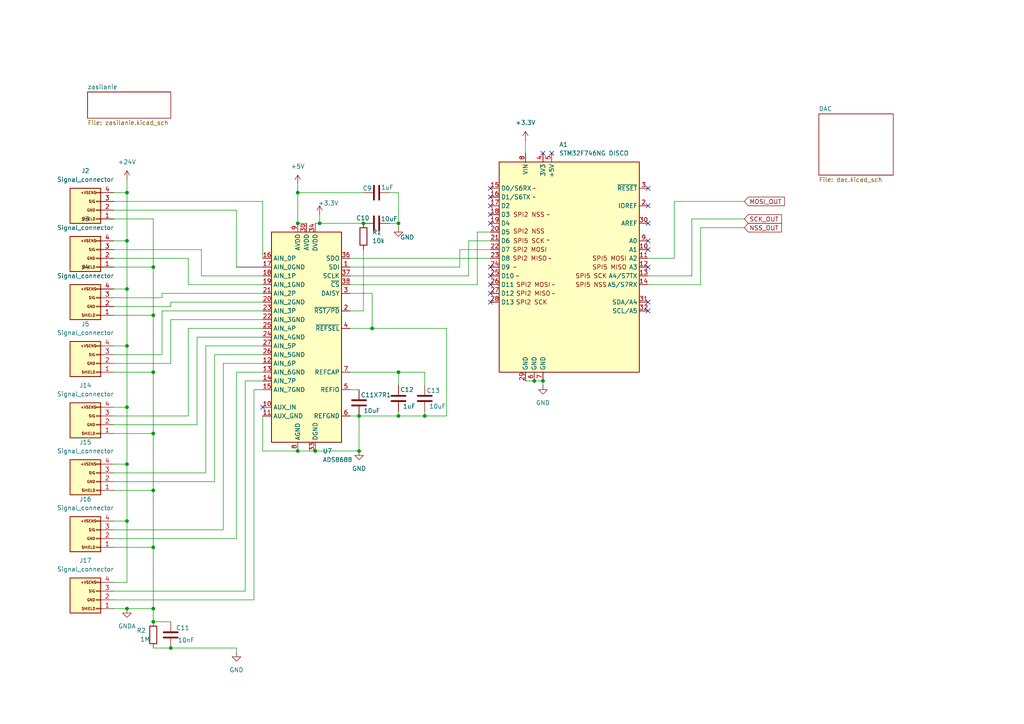
<source format=kicad_sch>
(kicad_sch (version 20250114) (generator "eeschema") (generator_version "9.0")
  (paper "A4")
  (lib_symbols
    (symbol "Analog_ADC:ADS8688"
      (property "Reference" "U" (at -8.89 31.75 0))
      (property "Value" "ADS8688" (at 8.89 31.75 0))
      (symbol "ADS8688_0_1"
        (rectangle (start -10.16 30.48) (end 10.16 -30.48) (stroke (width 0.254)) (fill (type background)))
      )
      (symbol "ADS8688_1_1"
        (pin input line (at -12.7 22.86 0) (length 2.54) (name "AIN_0P") (number "16"))
        (pin input line (at -12.7 20.32 0) (length 2.54) (name "AIN_0GND") (number "17"))
        (pin input line (at -12.7 17.78 0) (length 2.54) (name "AIN_1P") (number "18"))
        (pin input line (at -12.7 15.24 0) (length 2.54) (name "AIN_1GND") (number "19"))
        (pin input line (at -12.7 12.7 0) (length 2.54) (name "AIN_2P") (number "21"))
        (pin input line (at -12.7 10.16 0) (length 2.54) (name "AIN_2GND") (number "20"))
        (pin input line (at -12.7 7.62 0) (length 2.54) (name "AIN_3P") (number "23"))
        (pin input line (at -12.7 5.08 0) (length 2.54) (name "AIN_3GND") (number "22"))
        (pin input line (at -12.7 2.54 0) (length 2.54) (name "AIN_4P") (number "25"))
        (pin input line (at -12.7 0 0) (length 2.54) (name "AIN_4GND") (number "24"))
        (pin input line (at -12.7 -2.54 0) (length 2.54) (name "AIN_5P") (number "27"))
        (pin input line (at -12.7 -5.08 0) (length 2.54) (name "AIN_5GND") (number "26"))
        (pin input line (at -12.7 -7.62 0) (length 2.54) (name "AIN_6P") (number "12"))
        (pin input line (at -12.7 -10.16 0) (length 2.54) (name "AIN_6GND") (number "13"))
        (pin input line (at -12.7 -12.7 0) (length 2.54) (name "AIN_7P") (number "14"))
        (pin input line (at -12.7 -15.24 0) (length 2.54) (name "AIN_7GND") (number "15"))
        (pin input line (at -12.7 -20.32 0) (length 2.54) (name "AUX_IN") (number "10"))
        (pin input line (at -12.7 -22.86 0) (length 2.54) (name "AUX_GND") (number "11"))
        (pin power_in line (at -2.54 33.02 270) (length 2.54) (name "AVDD") (number "9"))
        (pin passive line (at -2.54 -33.02 90) (length 2.54) (hide yes) (name "AGND") (number "28"))
        (pin passive line (at -2.54 -33.02 90) (length 2.54) (hide yes) (name "AGND") (number "29"))
        (pin passive line (at -2.54 -33.02 90) (length 2.54) (hide yes) (name "AGND") (number "31"))
        (pin passive line (at -2.54 -33.02 90) (length 2.54) (hide yes) (name "AGND") (number "32"))
        (pin power_in line (at -2.54 -33.02 90) (length 2.54) (name "AGND") (number "8"))
        (pin power_in line (at 0 33.02 270) (length 2.54) (name "AVDD") (number "30"))
        (pin power_in line (at 2.54 33.02 270) (length 2.54) (name "DVDD") (number "34"))
        (pin power_in line (at 2.54 -33.02 90) (length 2.54) (name "DGND") (number "33"))
        (pin no_connect line (at 10.16 -5.08 180) (length 2.54) (hide yes) (name "DNC") (number "35"))
        (pin output line (at 12.7 22.86 180) (length 2.54) (name "SDO") (number "36"))
        (pin input line (at 12.7 20.32 180) (length 2.54) (name "SDI") (number "1"))
        (pin input line (at 12.7 17.78 180) (length 2.54) (name "SCLK") (number "37"))
        (pin input line (at 12.7 15.24 180) (length 2.54) (name "~{CS}") (number "38"))
        (pin input line (at 12.7 12.7 180) (length 2.54) (name "DAISY") (number "3"))
        (pin input line (at 12.7 7.62 180) (length 2.54) (name "~{RST/PD}") (number "2"))
        (pin input line (at 12.7 2.54 180) (length 2.54) (name "~{REFSEL}") (number "4"))
        (pin passive line (at 12.7 -10.16 180) (length 2.54) (name "REFCAP") (number "7"))
        (pin passive line (at 12.7 -15.24 180) (length 2.54) (name "REFIO") (number "5"))
        (pin power_in line (at 12.7 -22.86 180) (length 2.54) (name "REFGND") (number "6"))
      )
    )
    (symbol "Conn_01x04_1" (pin_names (offset 1.016) (hide yes))
      (property "Reference" "J2" (at 8.128 0 0))
      (property "Value" "Conn_01x04" (at 7.874 -2.54 0))
      (symbol "Conn_01x04_1_1_1"
        (rectangle (start -1.27 3.81) (end 7.62 -6.35) (stroke (width 0.254)) (fill (type background)))
        (rectangle (start -1.27 2.667) (end 0 2.413) (stroke (width 0.1524)))
        (rectangle (start -1.27 0.127) (end 0 -0.127) (stroke (width 0.1524)))
        (rectangle (start -1.27 -2.413) (end 0 -2.667) (stroke (width 0.1524)))
        (rectangle (start -1.27 -4.953) (end 0 -5.207) (stroke (width 0.1524)))
        (text "SIG" (at 1.27 -2.54 0) (effects (font (size 0.762 0.762))))
        (text "GND\n" (at 1.524 0 0) (effects (font (size 0.762 0.762))))
        (text "SHIELD\n" (at 2.286 2.54 0) (effects (font (size 0.762 0.762))))
        (text "+VSENS" (at 2.286 -5.08 0) (effects (font (size 0.762 0.762))))
        (pin passive line (at -5.08 2.54 0) (length 3.81) (name "SHIELD") (number "1"))
        (pin passive line (at -5.08 0 0) (length 3.81) (name "GND") (number "2"))
        (pin passive line (at -5.08 -2.54 0) (length 3.81) (name "SIG") (number "3"))
        (pin passive line (at -5.08 -5.08 0) (length 3.81) (name "+VSENS") (number "4"))
      )
    )
    (symbol "Device:C" (pin_numbers (hide yes)) (pin_names (offset 0.254))
      (property "Reference" "C" (at 0.635 2.54 0))
      (property "Value" "C" (at 0.635 -2.54 0))
      (symbol "C_0_1"
        (polyline (pts (xy -2.032 0.762) (xy 2.032 0.762)) (stroke (width 0.508)))
        (polyline (pts (xy -2.032 -0.762) (xy 2.032 -0.762)) (stroke (width 0.508)))
      )
      (symbol "C_1_1"
        (pin passive line (at 0 3.81 270) (length 2.794) (name "~") (number "1"))
        (pin passive line (at 0 -3.81 90) (length 2.794) (name "~") (number "2"))
      )
    )
    (symbol "Device:R" (pin_numbers (hide yes)) (pin_names (offset 0))
      (property "Reference" "R" (at 2.032 0 90))
      (property "Value" "R" (at 0 0 90))
      (symbol "R_0_1"
        (rectangle (start -1.016 -2.54) (end 1.016 2.54) (stroke (width 0.254)))
      )
      (symbol "R_1_1"
        (pin passive line (at 0 3.81 270) (length 1.27) (name "~") (number "1"))
        (pin passive line (at 0 -3.81 90) (length 1.27) (name "~") (number "2"))
      )
    )
    (symbol "MCU_Module:Arduino_UNO_R3"
      (property "Reference" "A1" (at 7.2233 27.94 0))
      (property "Value" "STM32F746NG DISCO" (at 7.2233 25.4 0))
      (symbol "Arduino_UNO_R3_0_1"
        (rectangle (start -10.16 22.86) (end 30.48 -38.1) (stroke (width 0.254)) (fill (type background)))
      )
      (symbol "Arduino_UNO_R3_1_1"
        (text "~\n" (at -5.588 -7.62 0) (effects (font (size 1.27 1.27))))
        (text "~\n" (at -4.826 -10.16 0) (effects (font (size 1.27 1.27))))
        (text "SPI2 NSS\n" (at -1.524 7.62 0) (effects (font (size 1.27 1.27))))
        (text "SPI2 NSS\n" (at -1.524 2.794 0) (effects (font (size 1.27 1.27))))
        (text "SPI5 SCK\n" (at -1.524 0 0) (effects (font (size 1.27 1.27))))
        (text "SPI2 MOSI" (at -1.27 -2.54 0) (effects (font (size 1.27 1.27))))
        (text "SPI2 MISO\n" (at -1.27 -5.08 0) (effects (font (size 1.27 1.27))))
        (text "SPI2 MOSI" (at -0.254 -12.7 0) (effects (font (size 1.27 1.27))))
        (text "SPI2 MISO\n" (at -0.254 -15.24 0) (effects (font (size 1.27 1.27))))
        (text "SPI2 SCK \n" (at -0.254 -17.78 0) (effects (font (size 1.27 1.27))))
        (text "~\n" (at 0 15.24 0) (effects (font (size 1.27 1.27))))
        (text "~\n" (at 0 12.7 0) (effects (font (size 1.27 1.27))))
        (text "~\n" (at 4.064 7.62 0) (effects (font (size 1.27 1.27))))
        (text "~\n" (at 4.064 0.254 0) (effects (font (size 1.27 1.27))))
        (text "~\n" (at 4.572 -5.08 0) (effects (font (size 1.27 1.27))))
        (text "~\n" (at 5.588 -12.7 0) (effects (font (size 1.27 1.27))))
        (text "~\n" (at 5.588 -15.24 0) (effects (font (size 1.27 1.27))))
        (text "SPI5 SCK\n" (at 16.51 -10.16 0) (effects (font (size 1.27 1.27))))
        (text "SPI5 NSS\n" (at 16.51 -12.7 0) (effects (font (size 1.27 1.27))))
        (text "SPI5 MOSI" (at 21.844 -5.08 0) (effects (font (size 1.27 1.27))))
        (text "SPI5 MISO\n" (at 21.844 -7.62 0) (effects (font (size 1.27 1.27))))
        (pin bidirectional line (at -12.7 15.24 0) (length 2.54) (name "D0/S6RX") (number "15"))
        (pin bidirectional line (at -12.7 12.7 0) (length 2.54) (name "D1/S6TX") (number "16"))
        (pin bidirectional line (at -12.7 10.16 0) (length 2.54) (name "D2") (number "17"))
        (pin bidirectional line (at -12.7 7.62 0) (length 2.54) (name "D3") (number "18"))
        (pin bidirectional line (at -12.7 5.08 0) (length 2.54) (name "D4") (number "19"))
        (pin bidirectional line (at -12.7 2.54 0) (length 2.54) (name "D5") (number "20"))
        (pin bidirectional line (at -12.7 0 0) (length 2.54) (name "D6") (number "21"))
        (pin bidirectional line (at -12.7 -2.54 0) (length 2.54) (name "D7") (number "22"))
        (pin bidirectional line (at -12.7 -5.08 0) (length 2.54) (name "D8") (number "23"))
        (pin bidirectional line (at -12.7 -7.62 0) (length 2.54) (name "D9") (number "24"))
        (pin bidirectional line (at -12.7 -10.16 0) (length 2.54) (name "D10") (number "25"))
        (pin bidirectional line (at -12.7 -12.7 0) (length 2.54) (name "D11") (number "26"))
        (pin bidirectional line (at -12.7 -15.24 0) (length 2.54) (name "D12") (number "27"))
        (pin bidirectional line (at -12.7 -17.78 0) (length 2.54) (name "D13") (number "28"))
        (pin no_connect line (at -10.16 -20.32 0) (length 2.54) (hide yes) (name "NC") (number "1"))
        (pin power_in line (at -2.54 25.4 270) (length 2.54) (name "VIN") (number "8"))
        (pin power_in line (at -2.54 -40.64 90) (length 2.54) (name "GND") (number "29"))
        (pin power_in line (at 0 -40.64 90) (length 2.54) (name "GND") (number "6"))
        (pin power_out line (at 2.54 25.4 270) (length 2.54) (name "3V3") (number "4"))
        (pin power_in line (at 2.54 -40.64 90) (length 2.54) (name "GND") (number "7"))
        (pin power_out line (at 5.08 25.4 270) (length 2.54) (name "+5V") (number "5"))
        (pin input line (at 33.02 15.24 180) (length 2.54) (name "~{RESET}") (number "3"))
        (pin output line (at 33.02 10.16 180) (length 2.54) (name "IOREF") (number "2"))
        (pin input line (at 33.02 5.08 180) (length 2.54) (name "AREF") (number "30"))
        (pin bidirectional line (at 33.02 0 180) (length 2.54) (name "A0") (number "9"))
        (pin bidirectional line (at 33.02 -2.54 180) (length 2.54) (name "A1") (number "10"))
        (pin bidirectional line (at 33.02 -5.08 180) (length 2.54) (name "A2") (number "11"))
        (pin bidirectional line (at 33.02 -7.62 180) (length 2.54) (name "A3") (number "12"))
        (pin bidirectional line (at 33.02 -10.16 180) (length 2.54) (name "A4/S7TX") (number "13"))
        (pin bidirectional line (at 33.02 -12.7 180) (length 2.54) (name "A5/S7RX") (number "14"))
        (pin bidirectional line (at 33.02 -17.78 180) (length 2.54) (name "SDA/A4") (number "31"))
        (pin bidirectional line (at 33.02 -20.32 180) (length 2.54) (name "SCL/A5") (number "32"))
      )
    )
    (symbol "power:+24V" (power) (pin_numbers (hide yes)) (pin_names (offset 0) (hide yes))
      (property "Value" "+24V" (at 0 3.556 0))
      (symbol "+24V_0_1"
        (polyline (pts (xy -0.762 1.27) (xy 0 2.54)))
        (polyline (pts (xy 0 2.54) (xy 0.762 1.27)))
        (polyline (pts (xy 0 0) (xy 0 2.54)))
      )
      (symbol "+24V_1_1"
        (pin power_in line (at 0 0 90) (length 0) (name "~") (number "1"))
      )
    )
    (symbol "power:+3.3V" (power) (pin_numbers (hide yes)) (pin_names (offset 0) (hide yes))
      (property "Value" "+3.3V" (at 0 3.556 0))
      (symbol "+3.3V_0_1"
        (polyline (pts (xy -0.762 1.27) (xy 0 2.54)))
        (polyline (pts (xy 0 2.54) (xy 0.762 1.27)))
        (polyline (pts (xy 0 0) (xy 0 2.54)))
      )
      (symbol "+3.3V_1_1"
        (pin power_in line (at 0 0 90) (length 0) (name "~") (number "1"))
      )
    )
    (symbol "power:+5V" (power) (pin_numbers (hide yes)) (pin_names (offset 0) (hide yes))
      (property "Value" "+5V" (at 0 3.556 0))
      (symbol "+5V_0_1"
        (polyline (pts (xy -0.762 1.27) (xy 0 2.54)))
        (polyline (pts (xy 0 2.54) (xy 0.762 1.27)))
        (polyline (pts (xy 0 0) (xy 0 2.54)))
      )
      (symbol "+5V_1_1"
        (pin power_in line (at 0 0 90) (length 0) (name "~") (number "1"))
      )
    )
    (symbol "power:GND" (power) (pin_numbers (hide yes)) (pin_names (offset 0) (hide yes))
      (property "Value" "GND" (at 0 -3.81 0))
      (symbol "GND_0_1"
        (polyline (pts (xy 0 0) (xy 0 -1.27) (xy 1.27 -1.27) (xy 0 -2.54) (xy -1.27 -1.27) (xy 0 -1.27)))
      )
      (symbol "GND_1_1"
        (pin power_in line (at 0 0 270) (length 0) (name "~") (number "1"))
      )
    )
    (symbol "power:GNDA" (power) (pin_numbers (hide yes)) (pin_names (offset 0) (hide yes))
      (property "Value" "GNDA" (at 0 -3.81 0))
      (symbol "GNDA_0_1"
        (polyline (pts (xy 0 0) (xy 0 -1.27) (xy 1.27 -1.27) (xy 0 -2.54) (xy -1.27 -1.27) (xy 0 -1.27)))
      )
      (symbol "GNDA_1_1"
        (pin power_in line (at 0 0 270) (length 0) (name "~") (number "1"))
      )
    )
  )
  (junction (at 44.45 125.73))
  (junction (at 36.83 151.13))
  (junction (at 115.57 107.95))
  (junction (at 154.94 110.49))
  (junction (at 86.36 55.88))
  (junction (at 49.53 187.96))
  (junction (at 36.83 83.82))
  (junction (at 36.83 69.85))
  (junction (at 123.19 120.65))
  (junction (at 44.45 142.24))
  (junction (at 91.44 130.81))
  (junction (at 44.45 176.53))
  (junction (at 44.45 180.34))
  (junction (at 92.71 64.77))
  (junction (at 36.83 118.11))
  (junction (at 107.95 95.25))
  (junction (at 44.45 107.95))
  (junction (at 86.36 64.77))
  (junction (at 104.14 130.81))
  (junction (at 104.14 120.65))
  (junction (at 36.83 55.88))
  (junction (at 36.83 100.33))
  (junction (at 36.83 176.53))
  (junction (at 44.45 158.75))
  (junction (at 157.48 110.49))
  (junction (at 44.45 77.47))
  (junction (at 105.41 64.77))
  (junction (at 115.57 120.65))
  (junction (at 86.36 130.81))
  (junction (at 44.45 91.44))
  (junction (at 36.83 134.62))
  (junction (at 115.57 64.77))
  (no_connect (at 187.96 90.17))
  (no_connect (at 142.24 62.23))
  (no_connect (at 142.24 85.09))
  (no_connect (at 142.24 77.47))
  (no_connect (at 187.96 54.61))
  (no_connect (at 142.24 59.69))
  (no_connect (at 187.96 59.69))
  (no_connect (at 142.24 82.55))
  (no_connect (at 76.2 118.11))
  (no_connect (at 187.96 87.63))
  (no_connect (at 142.24 64.77))
  (no_connect (at 187.96 69.85))
  (no_connect (at 142.24 80.01))
  (no_connect (at 142.24 57.15))
  (no_connect (at 187.96 72.39))
  (no_connect (at 142.24 87.63))
  (no_connect (at 187.96 77.47))
  (no_connect (at 142.24 54.61))
  (no_connect (at 157.48 44.45))
  (no_connect (at 187.96 64.77))
  (no_connect (at 160.02 44.45))
  (wire (pts (xy 76.2 58.42) (xy 76.2 74.93)))
  (wire (pts (xy 154.94 110.49) (xy 157.48 110.49)))
  (wire (pts (xy 33.02 158.75) (xy 44.45 158.75)))
  (wire (pts (xy 58.42 80.01) (xy 76.2 80.01)))
  (wire (pts (xy 36.83 151.13) (xy 33.02 151.13)))
  (wire (pts (xy 107.95 95.25) (xy 129.54 95.25)))
  (wire (pts (xy 46.99 85.09) (xy 76.2 85.09)))
  (wire (pts (xy 36.83 118.11) (xy 36.83 134.62)))
  (wire (pts (xy 33.02 137.16) (xy 59.69 137.16)))
  (wire (pts (xy 36.83 83.82) (xy 36.83 100.33)))
  (wire (pts (xy 86.36 55.88) (xy 86.36 64.77)))
  (wire (pts (xy 59.69 100.33) (xy 76.2 100.33)))
  (wire (pts (xy 101.6 74.93) (xy 142.24 74.93)))
  (wire (pts (xy 57.15 123.19) (xy 57.15 97.79)))
  (wire (pts (xy 123.19 119.38) (xy 123.19 120.65)))
  (wire (pts (xy 101.6 82.55) (xy 138.43 82.55)))
  (wire (pts (xy 92.71 62.23) (xy 92.71 64.77)))
  (wire (pts (xy 135.89 69.85) (xy 142.24 69.85)))
  (wire (pts (xy 133.35 77.47) (xy 133.35 72.39)))
  (wire (pts (xy 101.6 120.65) (xy 104.14 120.65)))
  (wire (pts (xy 36.83 55.88) (xy 33.02 55.88)))
  (wire (pts (xy 33.02 63.5) (xy 44.45 63.5)))
  (wire (pts (xy 187.96 80.01) (xy 200.66 80.01)))
  (wire (pts (xy 62.23 102.87) (xy 76.2 102.87)))
  (wire (pts (xy 133.35 72.39) (xy 142.24 72.39)))
  (wire (pts (xy 92.71 64.77) (xy 105.41 64.77)))
  (wire (pts (xy 33.02 91.44) (xy 44.45 91.44)))
  (wire (pts (xy 101.6 95.25) (xy 107.95 95.25)))
  (wire (pts (xy 101.6 113.03) (xy 104.14 113.03)))
  (wire (pts (xy 59.69 137.16) (xy 59.69 100.33)))
  (wire (pts (xy 86.36 53.34) (xy 86.36 55.88)))
  (wire (pts (xy 44.45 125.73) (xy 44.45 142.24)))
  (wire (pts (xy 33.02 72.39) (xy 58.42 72.39)))
  (wire (pts (xy 152.4 110.49) (xy 154.94 110.49)))
  (wire (pts (xy 58.42 72.39) (xy 58.42 80.01)))
  (wire (pts (xy 138.43 67.31) (xy 142.24 67.31)))
  (wire (pts (xy 46.99 90.17) (xy 76.2 90.17)))
  (wire (pts (xy 49.53 187.96) (xy 44.45 187.96)))
  (wire (pts (xy 36.83 134.62) (xy 33.02 134.62)))
  (wire (pts (xy 73.66 173.99) (xy 73.66 113.03)))
  (wire (pts (xy 33.02 88.9) (xy 49.53 88.9)))
  (wire (pts (xy 203.2 82.55) (xy 203.2 66.04)))
  (wire (pts (xy 101.6 85.09) (xy 107.95 85.09)))
  (wire (pts (xy 54.61 82.55) (xy 76.2 82.55)))
  (wire (pts (xy 86.36 130.81) (xy 91.44 130.81)))
  (wire (pts (xy 113.03 55.88) (xy 115.57 55.88)))
  (wire (pts (xy 33.02 60.96) (xy 68.58 60.96)))
  (wire (pts (xy 46.99 102.87) (xy 46.99 90.17)))
  (wire (pts (xy 115.57 111.76) (xy 115.57 107.95)))
  (wire (pts (xy 44.45 63.5) (xy 44.45 77.47)))
  (wire (pts (xy 49.53 105.41) (xy 49.53 92.71)))
  (wire (pts (xy 101.6 80.01) (xy 135.89 80.01)))
  (wire (pts (xy 33.02 120.65) (xy 54.61 120.65)))
  (wire (pts (xy 36.83 69.85) (xy 36.83 83.82)))
  (wire (pts (xy 76.2 130.81) (xy 86.36 130.81)))
  (wire (pts (xy 33.02 102.87) (xy 46.99 102.87)))
  (wire (pts (xy 36.83 176.53) (xy 44.45 176.53)))
  (wire (pts (xy 113.03 64.77) (xy 115.57 64.77)))
  (wire (pts (xy 157.48 111.76) (xy 157.48 110.49)))
  (wire (pts (xy 44.45 77.47) (xy 44.45 91.44)))
  (wire (pts (xy 138.43 67.31) (xy 138.43 82.55)))
  (wire (pts (xy 33.02 153.67) (xy 64.77 153.67)))
  (wire (pts (xy 152.4 40.64) (xy 152.4 44.45)))
  (wire (pts (xy 33.02 58.42) (xy 76.2 58.42)))
  (wire (pts (xy 104.14 120.65) (xy 115.57 120.65)))
  (wire (pts (xy 36.83 151.13) (xy 36.83 168.91)))
  (wire (pts (xy 44.45 180.34) (xy 49.53 180.34)))
  (wire (pts (xy 76.2 77.47) (xy 68.58 77.47)) (stroke (width 0) (color 0 0 0 1)))
  (wire (pts (xy 68.58 107.95) (xy 76.2 107.95)))
  (wire (pts (xy 54.61 95.25) (xy 76.2 95.25)))
  (wire (pts (xy 64.77 153.67) (xy 64.77 105.41)))
  (wire (pts (xy 200.66 63.5) (xy 215.9 63.5)))
  (wire (pts (xy 36.83 69.85) (xy 33.02 69.85)))
  (wire (pts (xy 64.77 105.41) (xy 76.2 105.41)))
  (wire (pts (xy 33.02 139.7) (xy 62.23 139.7)))
  (wire (pts (xy 33.02 77.47) (xy 44.45 77.47)))
  (wire (pts (xy 187.96 74.93) (xy 195.58 74.93)))
  (wire (pts (xy 135.89 80.01) (xy 135.89 69.85)))
  (wire (pts (xy 115.57 120.65) (xy 123.19 120.65)))
  (wire (pts (xy 44.45 91.44) (xy 44.45 107.95)))
  (wire (pts (xy 36.83 100.33) (xy 36.83 118.11)))
  (wire (pts (xy 115.57 55.88) (xy 115.57 64.77)))
  (wire (pts (xy 115.57 119.38) (xy 115.57 120.65)))
  (wire (pts (xy 33.02 125.73) (xy 44.45 125.73)))
  (wire (pts (xy 33.02 171.45) (xy 71.12 171.45)))
  (wire (pts (xy 46.99 86.36) (xy 46.99 85.09)))
  (wire (pts (xy 200.66 80.01) (xy 200.66 63.5)))
  (wire (pts (xy 33.02 107.95) (xy 44.45 107.95)))
  (wire (pts (xy 33.02 173.99) (xy 73.66 173.99)))
  (wire (pts (xy 49.53 92.71) (xy 76.2 92.71)))
  (wire (pts (xy 33.02 176.53) (xy 36.83 176.53)))
  (wire (pts (xy 36.83 100.33) (xy 33.02 100.33)))
  (wire (pts (xy 36.83 134.62) (xy 36.83 151.13)))
  (wire (pts (xy 203.2 66.04) (xy 215.9 66.04)))
  (wire (pts (xy 44.45 107.95) (xy 44.45 125.73)))
  (wire (pts (xy 36.83 55.88) (xy 36.83 69.85)))
  (wire (pts (xy 54.61 74.93) (xy 54.61 82.55)))
  (wire (pts (xy 71.12 171.45) (xy 71.12 110.49)))
  (wire (pts (xy 33.02 105.41) (xy 49.53 105.41)))
  (wire (pts (xy 49.53 187.96) (xy 68.58 187.96)))
  (wire (pts (xy 123.19 107.95) (xy 123.19 111.76)))
  (wire (pts (xy 33.02 156.21) (xy 68.58 156.21)))
  (wire (pts (xy 49.53 87.63) (xy 76.2 87.63)))
  (wire (pts (xy 195.58 58.42) (xy 215.9 58.42)))
  (wire (pts (xy 44.45 142.24) (xy 44.45 158.75)))
  (wire (pts (xy 44.45 176.53) (xy 44.45 180.34)))
  (wire (pts (xy 33.02 86.36) (xy 46.99 86.36)))
  (wire (pts (xy 115.57 64.77) (xy 115.57 66.04)))
  (wire (pts (xy 123.19 120.65) (xy 129.54 120.65)))
  (wire (pts (xy 195.58 74.93) (xy 195.58 58.42)))
  (wire (pts (xy 68.58 107.95) (xy 68.58 156.21)))
  (wire (pts (xy 68.58 187.96) (xy 68.58 189.23)))
  (wire (pts (xy 104.14 120.65) (xy 104.14 130.81)))
  (wire (pts (xy 86.36 55.88) (xy 105.41 55.88)))
  (wire (pts (xy 33.02 142.24) (xy 44.45 142.24)))
  (wire (pts (xy 86.36 64.77) (xy 88.9 64.77)))
  (wire (pts (xy 76.2 120.65) (xy 76.2 130.81)))
  (wire (pts (xy 129.54 95.25) (xy 129.54 120.65)))
  (wire (pts (xy 54.61 120.65) (xy 54.61 95.25)))
  (wire (pts (xy 44.45 158.75) (xy 44.45 176.53)))
  (wire (pts (xy 91.44 130.81) (xy 104.14 130.81)))
  (wire (pts (xy 91.44 64.77) (xy 92.71 64.77)))
  (wire (pts (xy 62.23 139.7) (xy 62.23 102.87)))
  (wire (pts (xy 57.15 97.79) (xy 76.2 97.79)))
  (wire (pts (xy 105.41 90.17) (xy 101.6 90.17)))
  (wire (pts (xy 49.53 88.9) (xy 49.53 87.63)))
  (wire (pts (xy 36.83 118.11) (xy 33.02 118.11)))
  (wire (pts (xy 71.12 110.49) (xy 76.2 110.49)))
  (wire (pts (xy 101.6 77.47) (xy 133.35 77.47)))
  (wire (pts (xy 36.83 83.82) (xy 33.02 83.82)))
  (wire (pts (xy 101.6 107.95) (xy 115.57 107.95)))
  (wire (pts (xy 36.83 168.91) (xy 33.02 168.91)))
  (wire (pts (xy 73.66 113.03) (xy 76.2 113.03)))
  (wire (pts (xy 187.96 82.55) (xy 203.2 82.55)))
  (wire (pts (xy 105.41 72.39) (xy 105.41 90.17)))
  (wire (pts (xy 33.02 123.19) (xy 57.15 123.19)))
  (wire (pts (xy 107.95 85.09) (xy 107.95 95.25)))
  (wire (pts (xy 68.58 60.96) (xy 68.58 77.47)))
  (wire (pts (xy 33.02 74.93) (xy 54.61 74.93)))
  (wire (pts (xy 36.83 55.88) (xy 36.83 52.07)))
  (wire (pts (xy 115.57 107.95) (xy 123.19 107.95)))
  (global_label "MOSI_OUT" (shape input) (at 215.9 58.42 0) (property "Intersheetrefs" "${INTERSHEET_REFS}" (effects (hide yes))))
  (global_label "SCK_OUT" (shape input) (at 215.9 63.5 0) (property "Intersheetrefs" "${INTERSHEET_REFS}" (effects (hide yes))))
  (global_label "NSS_OUT" (shape input) (at 215.9 66.04 0) (property "Intersheetrefs" "${INTERSHEET_REFS}" (effects (hide yes))))
  (symbol (lib_id "power:GNDA") (at 36.83 176.53 0) (unit 1)
    (property "Reference" "#PWR041" (effects (hide yes)))
    (property "Value" "GNDA" (at 36.83 181.61 0))
    (property "Description" "Power symbol creates a global label with name \"GNDA\" , analog ground" (effects (hide yes)))
  )
  (symbol (lib_id "Device:C") (at 109.22 64.77 90) (unit 1)
    (property "Reference" "C10" (at 107.188 63.246 90) (effects (justify left)))
    (property "Value" "10uF" (at 115.316 63.5 90) (effects (justify left)))
    (property "Footprint" "Capacitor_SMD:C_0805_2012Metric_Pad1.18x1.45mm_HandSolder" (effects (hide yes)))
    (property "Description" "Unpolarized capacitor" (effects (hide yes)))
  )
  (symbol (lib_id "power:+3.3V") (at 92.71 62.23 0) (unit 1)
    (property "Reference" "#PWR07" (effects (hide yes)))
    (property "Value" "+3.3V" (at 95.25 58.928 0))
    (property "Description" "Power symbol creates a global label with name \"+3.3V\"" (effects (hide yes)))
  )
  (symbol (lib_id "power:GND") (at 68.58 189.23 0) (unit 1)
    (property "Reference" "#PWR010" (effects (hide yes)))
    (property "Value" "GND" (at 68.58 194.31 0))
    (property "Description" "Power symbol creates a global label with name \"GND\" , ground" (effects (hide yes)))
  )
  (symbol (lib_id "Analog_ADC:ADS8688") (at 88.9 97.79 0) (unit 1)
    (property "Reference" "U7" (at 93.5833 130.81 0) (effects (justify left)))
    (property "Value" "ADS8688" (at 93.5833 133.35 0) (effects (justify left)))
    (property "Footprint" "Package_SO:TSSOP-38_4.4x9.7mm_P0.5mm" (effects (hide yes)))
    (property "Datasheet" "http://www.ti.com/lit/ds/symlink/ads8688.pdf" (effects (hide yes)))
    (property "Description" "16-Bit, 500-kSPS, 8-Channels, Single-Supply, SAR ADC with Bipolar Input Range, TSSOP-38" (effects (hide yes)))
  )
  (symbol (lib_id "Device:C") (at 104.14 116.84 0) (unit 1)
    (property "Reference" "C11X7R1" (at 104.648 114.554 0) (effects (justify left)))
    (property "Value" "10uF" (at 105.41 119.126 0) (effects (justify left)))
    (property "Footprint" "Capacitor_SMD:C_0805_2012Metric_Pad1.18x1.45mm_HandSolder" (effects (hide yes)))
    (property "Description" "Unpolarized capacitor" (effects (hide yes)))
  )
  (symbol (lib_id "Device:R") (at 44.45 184.15 0) (unit 1)
    (property "Reference" "R2" (at 39.624 182.88 0) (effects (justify left)))
    (property "Value" "1M" (at 40.64 185.42 0) (effects (justify left)))
    (property "Footprint" "Resistor_SMD:R_0805_2012Metric_Pad1.20x1.40mm_HandSolder" (effects (hide yes)))
    (property "Description" "Resistor" (effects (hide yes)))
  )
  (symbol (lib_id "Device:C") (at 123.19 115.57 0) (unit 1)
    (property "Reference" "C13" (at 123.698 113.284 0) (effects (justify left)))
    (property "Value" "10uF" (at 124.46 117.856 0) (effects (justify left)))
    (property "Footprint" "Capacitor_SMD:C_0805_2012Metric_Pad1.18x1.45mm_HandSolder" (effects (hide yes)))
    (property "Description" "Unpolarized capacitor" (effects (hide yes)))
  )
  (symbol (lib_name "Conn_01x04_1") (lib_id "Connector_Generic:Conn_01x04") (at 27.94 88.9 180) (unit 1)
    (property "Reference" "J4" (at 24.765 77.47 0))
    (property "Value" "Signal_connector" (at 24.765 80.01 0))
    (property "Footprint" "Connector_Phoenix_MC:PhoenixContact_MCV_1,5_4-G-3.5_1x04_P3.50mm_Vertical" (effects (hide yes)))
    (property "Description" "Generic connector, single row, 01x04, script generated (kicad-library-utils/schlib/autogen/connector/)" (effects (hide yes)))
  )
  (symbol (lib_id "power:+5V") (at 86.36 53.34 0) (unit 1)
    (property "Reference" "#PWR06" (effects (hide yes)))
    (property "Value" "+5V" (at 86.36 48.26 0))
    (property "Description" "Power symbol creates a global label with name \"+5V\"" (effects (hide yes)))
  )
  (symbol (lib_name "Conn_01x04_1") (lib_id "Connector_Generic:Conn_01x04") (at 27.94 60.96 180) (unit 1)
    (property "Reference" "J2" (at 24.765 49.53 0))
    (property "Value" "Signal_connector" (at 24.765 52.07 0))
    (property "Footprint" "Connector_Phoenix_MC:PhoenixContact_MCV_1,5_4-G-3.5_1x04_P3.50mm_Vertical" (effects (hide yes)))
    (property "Description" "Generic connector, single row, 01x04, script generated (kicad-library-utils/schlib/autogen/connector/)" (effects (hide yes)))
  )
  (symbol (lib_name "Conn_01x04_1") (lib_id "Connector_Generic:Conn_01x04") (at 27.94 105.41 180) (unit 1)
    (property "Reference" "J5" (at 24.765 93.98 0))
    (property "Value" "Signal_connector" (at 24.765 96.52 0))
    (property "Footprint" "Connector_Phoenix_MC:PhoenixContact_MCV_1,5_4-G-3.5_1x04_P3.50mm_Vertical" (effects (hide yes)))
    (property "Description" "Generic connector, single row, 01x04, script generated (kicad-library-utils/schlib/autogen/connector/)" (effects (hide yes)))
  )
  (symbol (lib_name "Conn_01x04_1") (lib_id "Connector_Generic:Conn_01x04") (at 27.94 123.19 180) (unit 1)
    (property "Reference" "J14" (at 24.765 111.76 0))
    (property "Value" "Signal_connector" (at 24.765 114.3 0))
    (property "Footprint" "Connector_Phoenix_MC:PhoenixContact_MCV_1,5_4-G-3.5_1x04_P3.50mm_Vertical" (effects (hide yes)))
    (property "Description" "Generic connector, single row, 01x04, script generated (kicad-library-utils/schlib/autogen/connector/)" (effects (hide yes)))
  )
  (symbol (lib_id "Device:C") (at 109.22 55.88 270) (unit 1)
    (property "Reference" "C9" (at 105.156 54.61 90) (effects (justify left)))
    (property "Value" "1uF" (at 110.49 54.356 90) (effects (justify left)))
    (property "Footprint" "Capacitor_SMD:C_0805_2012Metric_Pad1.18x1.45mm_HandSolder" (effects (hide yes)))
    (property "Description" "Unpolarized capacitor" (effects (hide yes)))
  )
  (symbol (lib_id "Device:C") (at 115.57 115.57 0) (unit 1)
    (property "Reference" "C12" (at 116.078 113.03 0) (effects (justify left)))
    (property "Value" "1uF" (at 116.84 117.856 0) (effects (justify left)))
    (property "Footprint" "Capacitor_SMD:C_0805_2012Metric_Pad1.18x1.45mm_HandSolder" (effects (hide yes)))
    (property "Description" "Unpolarized capacitor" (effects (hide yes)))
  )
  (symbol (lib_id "power:+3.3V") (at 152.4 40.64 0) (unit 1)
    (property "Reference" "#PWR013" (effects (hide yes)))
    (property "Value" "+3.3V" (at 152.4 35.56 0))
    (property "Description" "Power symbol creates a global label with name \"+3.3V\"" (effects (hide yes)))
  )
  (symbol (lib_id "MCU_Module:Arduino_UNO_R3") (at 154.94 69.85 0) (unit 1)
    (property "Reference" "A1" (at 162.1633 41.91 0) (effects (justify left)))
    (property "Value" "STM32F746NG DISCO" (at 162.1633 44.45 0) (effects (justify left)))
    (property "Footprint" "własne:STM32F7_DISCO" (effects (hide yes)))
    (property "Datasheet" "https://www.arduino.cc/en/Main/arduinoBoardUno" (effects (hide yes)))
    (property "Description" "Arduino UNO Microcontroller Module, release 3" (effects (hide yes)))
  )
  (symbol (lib_id "power:GND") (at 104.14 130.81 0) (unit 1)
    (property "Reference" "#PWR08" (effects (hide yes)))
    (property "Value" "GND" (at 104.14 135.89 0))
    (property "Description" "Power symbol creates a global label with name \"GND\" , ground" (effects (hide yes)))
  )
  (symbol (lib_id "Device:C") (at 49.53 184.15 0) (unit 1)
    (property "Reference" "C11" (at 51.054 182.118 0) (effects (justify left)))
    (property "Value" "10nF" (at 51.562 185.674 0) (effects (justify left)))
    (property "Footprint" "Capacitor_SMD:C_0805_2012Metric_Pad1.18x1.45mm_HandSolder" (effects (hide yes)))
    (property "Description" "Unpolarized capacitor" (effects (hide yes)))
  )
  (symbol (lib_name "Conn_01x04_1") (lib_id "Connector_Generic:Conn_01x04") (at 27.94 139.7 180) (unit 1)
    (property "Reference" "J15" (at 24.765 128.27 0))
    (property "Value" "Signal_connector" (at 24.765 130.81 0))
    (property "Footprint" "Connector_Phoenix_MC:PhoenixContact_MCV_1,5_4-G-3.5_1x04_P3.50mm_Vertical" (effects (hide yes)))
    (property "Description" "Generic connector, single row, 01x04, script generated (kicad-library-utils/schlib/autogen/connector/)" (effects (hide yes)))
  )
  (symbol (lib_name "Conn_01x04_1") (lib_id "Connector_Generic:Conn_01x04") (at 27.94 156.21 180) (unit 1)
    (property "Reference" "J16" (at 24.765 144.78 0))
    (property "Value" "Signal_connector" (at 24.765 147.32 0))
    (property "Footprint" "Connector_Phoenix_MC:PhoenixContact_MCV_1,5_4-G-3.5_1x04_P3.50mm_Vertical" (effects (hide yes)))
    (property "Description" "Generic connector, single row, 01x04, script generated (kicad-library-utils/schlib/autogen/connector/)" (effects (hide yes)))
  )
  (symbol (lib_id "power:GND") (at 115.57 66.04 0) (unit 1)
    (property "Reference" "#PWR09" (effects (hide yes)))
    (property "Value" "GND" (at 118.11 68.834 0))
    (property "Description" "Power symbol creates a global label with name \"GND\" , ground" (effects (hide yes)))
  )
  (symbol (lib_name "Conn_01x04_1") (lib_id "Connector_Generic:Conn_01x04") (at 27.94 74.93 180) (unit 1)
    (property "Reference" "J3" (at 24.765 63.5 0))
    (property "Value" "Signal_connector" (at 24.765 66.04 0))
    (property "Footprint" "Connector_Phoenix_MC:PhoenixContact_MCV_1,5_4-G-3.5_1x04_P3.50mm_Vertical" (effects (hide yes)))
    (property "Description" "Generic connector, single row, 01x04, script generated (kicad-library-utils/schlib/autogen/connector/)" (effects (hide yes)))
  )
  (symbol (lib_name "Conn_01x04_1") (lib_id "Connector_Generic:Conn_01x04") (at 27.94 173.99 180) (unit 1)
    (property "Reference" "J17" (at 24.765 162.56 0))
    (property "Value" "Signal_connector" (at 24.765 165.1 0))
    (property "Footprint" "Connector_Phoenix_MC:PhoenixContact_MCV_1,5_4-G-3.5_1x04_P3.50mm_Vertical" (effects (hide yes)))
    (property "Description" "Generic connector, single row, 01x04, script generated (kicad-library-utils/schlib/autogen/connector/)" (effects (hide yes)))
  )
  (symbol (lib_id "Device:R") (at 105.41 68.58 0) (unit 1)
    (property "Reference" "R1" (at 107.95 67.3099 0) (effects (justify left)))
    (property "Value" "10k" (at 107.95 69.8499 0) (effects (justify left)))
    (property "Footprint" "Resistor_SMD:R_0805_2012Metric_Pad1.20x1.40mm_HandSolder" (effects (hide yes)))
    (property "Description" "Resistor" (effects (hide yes)))
  )
  (symbol (lib_id "power:+24V") (at 36.83 52.07 0) (unit 1)
    (property "Reference" "#PWR012" (effects (hide yes)))
    (property "Value" "+24V" (at 36.83 46.99 0))
    (property "Description" "Power symbol creates a global label with name \"+24V\"" (effects (hide yes)))
  )
  (symbol (lib_id "power:GND") (at 157.48 111.76 0) (unit 1)
    (property "Reference" "#PWR014" (effects (hide yes)))
    (property "Value" "GND" (at 157.48 116.84 0))
    (property "Description" "Power symbol creates a global label with name \"GND\" , ground" (effects (hide yes)))
  )
  (sheet (at 237.49 33.02) (size 21.59 17.78) (stroke (width 0.1524))
    (property "Sheetname" "DAC" (at 237.49 32.3084 0) (effects (justify left bottom)))
    (property "Sheetfile" "dac.kicad_sch" (at 237.49 51.3846 0) (effects (justify left top)))
  )
  (sheet (at 25.4 26.67) (size 24.13 7.62) (stroke (width 0.1524))
    (property "Sheetname" "zasilanie" (at 25.4 25.9584 0) (effects (justify left bottom)))
    (property "Sheetfile" "zasilanie.kicad_sch" (at 25.4 34.8746 0) (effects (justify left top)))
  )
)
</source>
